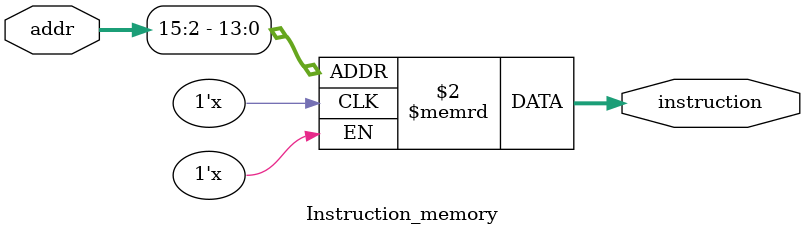
<source format=v>
`timescale 1ns / 1ps


module Instruction_memory(
input [31:0] addr,            // Address đầu vào
output reg [31:0] instruction     // Instruction đầu ra
);
    reg [31:0] instruction_mem [0:16384]; // 64 KB memory
    always @(*) begin
    instruction = instruction_mem[addr[15:2]];
    end
endmodule

</source>
